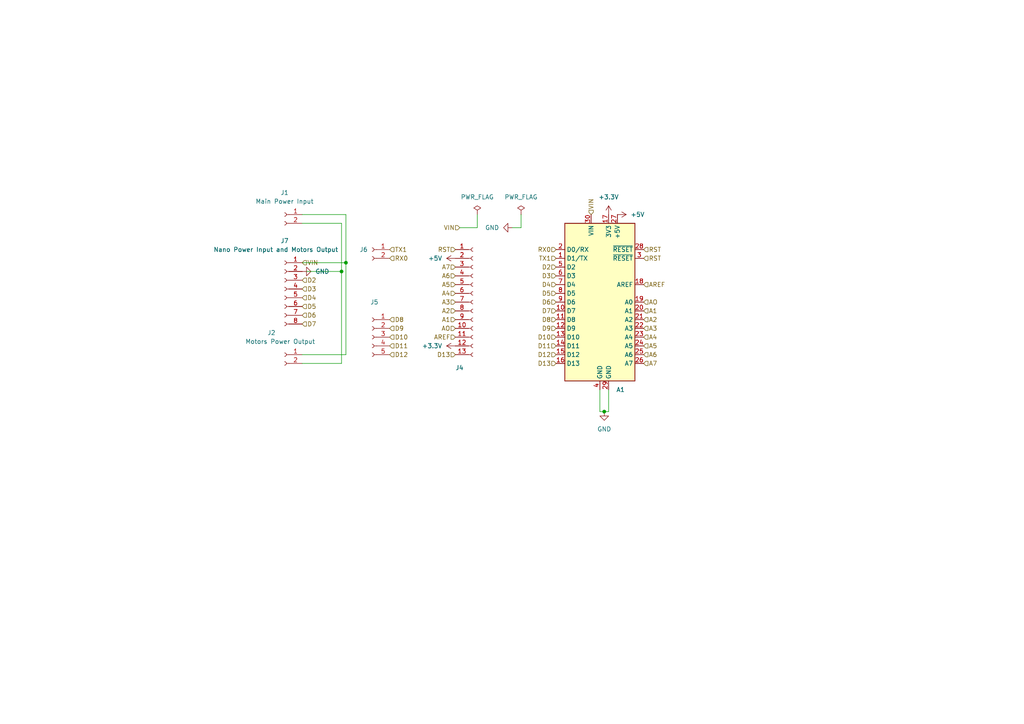
<source format=kicad_sch>
(kicad_sch (version 20230121) (generator eeschema)

  (uuid a6e73bd9-2604-433f-85b1-5c529b328a2c)

  (paper "A4")

  (title_block
    (title "Arduino Nano 33 IOT Sheild")
    (date "2023-10-22")
    (rev "1.0")
    (company "Prabh_Designers")
  )

  (lib_symbols
    (symbol "Connector:Conn_01x02_Socket" (pin_names (offset 1.016) hide) (in_bom yes) (on_board yes)
      (property "Reference" "J" (at 0 2.54 0)
        (effects (font (size 1.27 1.27)))
      )
      (property "Value" "Conn_01x02_Socket" (at 0 -5.08 0)
        (effects (font (size 1.27 1.27)))
      )
      (property "Footprint" "" (at 0 0 0)
        (effects (font (size 1.27 1.27)) hide)
      )
      (property "Datasheet" "~" (at 0 0 0)
        (effects (font (size 1.27 1.27)) hide)
      )
      (property "ki_locked" "" (at 0 0 0)
        (effects (font (size 1.27 1.27)))
      )
      (property "ki_keywords" "connector" (at 0 0 0)
        (effects (font (size 1.27 1.27)) hide)
      )
      (property "ki_description" "Generic connector, single row, 01x02, script generated" (at 0 0 0)
        (effects (font (size 1.27 1.27)) hide)
      )
      (property "ki_fp_filters" "Connector*:*_1x??_*" (at 0 0 0)
        (effects (font (size 1.27 1.27)) hide)
      )
      (symbol "Conn_01x02_Socket_1_1"
        (arc (start 0 -2.032) (mid -0.5058 -2.54) (end 0 -3.048)
          (stroke (width 0.1524) (type default))
          (fill (type none))
        )
        (polyline
          (pts
            (xy -1.27 -2.54)
            (xy -0.508 -2.54)
          )
          (stroke (width 0.1524) (type default))
          (fill (type none))
        )
        (polyline
          (pts
            (xy -1.27 0)
            (xy -0.508 0)
          )
          (stroke (width 0.1524) (type default))
          (fill (type none))
        )
        (arc (start 0 0.508) (mid -0.5058 0) (end 0 -0.508)
          (stroke (width 0.1524) (type default))
          (fill (type none))
        )
        (pin passive line (at -5.08 0 0) (length 3.81)
          (name "Pin_1" (effects (font (size 1.27 1.27))))
          (number "1" (effects (font (size 1.27 1.27))))
        )
        (pin passive line (at -5.08 -2.54 0) (length 3.81)
          (name "Pin_2" (effects (font (size 1.27 1.27))))
          (number "2" (effects (font (size 1.27 1.27))))
        )
      )
    )
    (symbol "Connector:Conn_01x05_Socket" (pin_names (offset 1.016) hide) (in_bom yes) (on_board yes)
      (property "Reference" "J" (at 0 7.62 0)
        (effects (font (size 1.27 1.27)))
      )
      (property "Value" "Conn_01x05_Socket" (at 0 -7.62 0)
        (effects (font (size 1.27 1.27)))
      )
      (property "Footprint" "" (at 0 0 0)
        (effects (font (size 1.27 1.27)) hide)
      )
      (property "Datasheet" "~" (at 0 0 0)
        (effects (font (size 1.27 1.27)) hide)
      )
      (property "ki_locked" "" (at 0 0 0)
        (effects (font (size 1.27 1.27)))
      )
      (property "ki_keywords" "connector" (at 0 0 0)
        (effects (font (size 1.27 1.27)) hide)
      )
      (property "ki_description" "Generic connector, single row, 01x05, script generated" (at 0 0 0)
        (effects (font (size 1.27 1.27)) hide)
      )
      (property "ki_fp_filters" "Connector*:*_1x??_*" (at 0 0 0)
        (effects (font (size 1.27 1.27)) hide)
      )
      (symbol "Conn_01x05_Socket_1_1"
        (arc (start 0 -4.572) (mid -0.5058 -5.08) (end 0 -5.588)
          (stroke (width 0.1524) (type default))
          (fill (type none))
        )
        (arc (start 0 -2.032) (mid -0.5058 -2.54) (end 0 -3.048)
          (stroke (width 0.1524) (type default))
          (fill (type none))
        )
        (polyline
          (pts
            (xy -1.27 -5.08)
            (xy -0.508 -5.08)
          )
          (stroke (width 0.1524) (type default))
          (fill (type none))
        )
        (polyline
          (pts
            (xy -1.27 -2.54)
            (xy -0.508 -2.54)
          )
          (stroke (width 0.1524) (type default))
          (fill (type none))
        )
        (polyline
          (pts
            (xy -1.27 0)
            (xy -0.508 0)
          )
          (stroke (width 0.1524) (type default))
          (fill (type none))
        )
        (polyline
          (pts
            (xy -1.27 2.54)
            (xy -0.508 2.54)
          )
          (stroke (width 0.1524) (type default))
          (fill (type none))
        )
        (polyline
          (pts
            (xy -1.27 5.08)
            (xy -0.508 5.08)
          )
          (stroke (width 0.1524) (type default))
          (fill (type none))
        )
        (arc (start 0 0.508) (mid -0.5058 0) (end 0 -0.508)
          (stroke (width 0.1524) (type default))
          (fill (type none))
        )
        (arc (start 0 3.048) (mid -0.5058 2.54) (end 0 2.032)
          (stroke (width 0.1524) (type default))
          (fill (type none))
        )
        (arc (start 0 5.588) (mid -0.5058 5.08) (end 0 4.572)
          (stroke (width 0.1524) (type default))
          (fill (type none))
        )
        (pin passive line (at -5.08 5.08 0) (length 3.81)
          (name "Pin_1" (effects (font (size 1.27 1.27))))
          (number "1" (effects (font (size 1.27 1.27))))
        )
        (pin passive line (at -5.08 2.54 0) (length 3.81)
          (name "Pin_2" (effects (font (size 1.27 1.27))))
          (number "2" (effects (font (size 1.27 1.27))))
        )
        (pin passive line (at -5.08 0 0) (length 3.81)
          (name "Pin_3" (effects (font (size 1.27 1.27))))
          (number "3" (effects (font (size 1.27 1.27))))
        )
        (pin passive line (at -5.08 -2.54 0) (length 3.81)
          (name "Pin_4" (effects (font (size 1.27 1.27))))
          (number "4" (effects (font (size 1.27 1.27))))
        )
        (pin passive line (at -5.08 -5.08 0) (length 3.81)
          (name "Pin_5" (effects (font (size 1.27 1.27))))
          (number "5" (effects (font (size 1.27 1.27))))
        )
      )
    )
    (symbol "Connector:Conn_01x08_Socket" (pin_names (offset 1.016) hide) (in_bom yes) (on_board yes)
      (property "Reference" "J" (at 0 10.16 0)
        (effects (font (size 1.27 1.27)))
      )
      (property "Value" "Conn_01x08_Socket" (at 0 -12.7 0)
        (effects (font (size 1.27 1.27)))
      )
      (property "Footprint" "" (at 0 0 0)
        (effects (font (size 1.27 1.27)) hide)
      )
      (property "Datasheet" "~" (at 0 0 0)
        (effects (font (size 1.27 1.27)) hide)
      )
      (property "ki_locked" "" (at 0 0 0)
        (effects (font (size 1.27 1.27)))
      )
      (property "ki_keywords" "connector" (at 0 0 0)
        (effects (font (size 1.27 1.27)) hide)
      )
      (property "ki_description" "Generic connector, single row, 01x08, script generated" (at 0 0 0)
        (effects (font (size 1.27 1.27)) hide)
      )
      (property "ki_fp_filters" "Connector*:*_1x??_*" (at 0 0 0)
        (effects (font (size 1.27 1.27)) hide)
      )
      (symbol "Conn_01x08_Socket_1_1"
        (arc (start 0 -9.652) (mid -0.5058 -10.16) (end 0 -10.668)
          (stroke (width 0.1524) (type default))
          (fill (type none))
        )
        (arc (start 0 -7.112) (mid -0.5058 -7.62) (end 0 -8.128)
          (stroke (width 0.1524) (type default))
          (fill (type none))
        )
        (arc (start 0 -4.572) (mid -0.5058 -5.08) (end 0 -5.588)
          (stroke (width 0.1524) (type default))
          (fill (type none))
        )
        (arc (start 0 -2.032) (mid -0.5058 -2.54) (end 0 -3.048)
          (stroke (width 0.1524) (type default))
          (fill (type none))
        )
        (polyline
          (pts
            (xy -1.27 -10.16)
            (xy -0.508 -10.16)
          )
          (stroke (width 0.1524) (type default))
          (fill (type none))
        )
        (polyline
          (pts
            (xy -1.27 -7.62)
            (xy -0.508 -7.62)
          )
          (stroke (width 0.1524) (type default))
          (fill (type none))
        )
        (polyline
          (pts
            (xy -1.27 -5.08)
            (xy -0.508 -5.08)
          )
          (stroke (width 0.1524) (type default))
          (fill (type none))
        )
        (polyline
          (pts
            (xy -1.27 -2.54)
            (xy -0.508 -2.54)
          )
          (stroke (width 0.1524) (type default))
          (fill (type none))
        )
        (polyline
          (pts
            (xy -1.27 0)
            (xy -0.508 0)
          )
          (stroke (width 0.1524) (type default))
          (fill (type none))
        )
        (polyline
          (pts
            (xy -1.27 2.54)
            (xy -0.508 2.54)
          )
          (stroke (width 0.1524) (type default))
          (fill (type none))
        )
        (polyline
          (pts
            (xy -1.27 5.08)
            (xy -0.508 5.08)
          )
          (stroke (width 0.1524) (type default))
          (fill (type none))
        )
        (polyline
          (pts
            (xy -1.27 7.62)
            (xy -0.508 7.62)
          )
          (stroke (width 0.1524) (type default))
          (fill (type none))
        )
        (arc (start 0 0.508) (mid -0.5058 0) (end 0 -0.508)
          (stroke (width 0.1524) (type default))
          (fill (type none))
        )
        (arc (start 0 3.048) (mid -0.5058 2.54) (end 0 2.032)
          (stroke (width 0.1524) (type default))
          (fill (type none))
        )
        (arc (start 0 5.588) (mid -0.5058 5.08) (end 0 4.572)
          (stroke (width 0.1524) (type default))
          (fill (type none))
        )
        (arc (start 0 8.128) (mid -0.5058 7.62) (end 0 7.112)
          (stroke (width 0.1524) (type default))
          (fill (type none))
        )
        (pin passive line (at -5.08 7.62 0) (length 3.81)
          (name "Pin_1" (effects (font (size 1.27 1.27))))
          (number "1" (effects (font (size 1.27 1.27))))
        )
        (pin passive line (at -5.08 5.08 0) (length 3.81)
          (name "Pin_2" (effects (font (size 1.27 1.27))))
          (number "2" (effects (font (size 1.27 1.27))))
        )
        (pin passive line (at -5.08 2.54 0) (length 3.81)
          (name "Pin_3" (effects (font (size 1.27 1.27))))
          (number "3" (effects (font (size 1.27 1.27))))
        )
        (pin passive line (at -5.08 0 0) (length 3.81)
          (name "Pin_4" (effects (font (size 1.27 1.27))))
          (number "4" (effects (font (size 1.27 1.27))))
        )
        (pin passive line (at -5.08 -2.54 0) (length 3.81)
          (name "Pin_5" (effects (font (size 1.27 1.27))))
          (number "5" (effects (font (size 1.27 1.27))))
        )
        (pin passive line (at -5.08 -5.08 0) (length 3.81)
          (name "Pin_6" (effects (font (size 1.27 1.27))))
          (number "6" (effects (font (size 1.27 1.27))))
        )
        (pin passive line (at -5.08 -7.62 0) (length 3.81)
          (name "Pin_7" (effects (font (size 1.27 1.27))))
          (number "7" (effects (font (size 1.27 1.27))))
        )
        (pin passive line (at -5.08 -10.16 0) (length 3.81)
          (name "Pin_8" (effects (font (size 1.27 1.27))))
          (number "8" (effects (font (size 1.27 1.27))))
        )
      )
    )
    (symbol "Connector:Conn_01x13_Socket" (pin_names (offset 1.016) hide) (in_bom yes) (on_board yes)
      (property "Reference" "J" (at 0 17.78 0)
        (effects (font (size 1.27 1.27)))
      )
      (property "Value" "Conn_01x13_Socket" (at 0 -17.78 0)
        (effects (font (size 1.27 1.27)))
      )
      (property "Footprint" "" (at 0 0 0)
        (effects (font (size 1.27 1.27)) hide)
      )
      (property "Datasheet" "~" (at 0 0 0)
        (effects (font (size 1.27 1.27)) hide)
      )
      (property "ki_locked" "" (at 0 0 0)
        (effects (font (size 1.27 1.27)))
      )
      (property "ki_keywords" "connector" (at 0 0 0)
        (effects (font (size 1.27 1.27)) hide)
      )
      (property "ki_description" "Generic connector, single row, 01x13, script generated" (at 0 0 0)
        (effects (font (size 1.27 1.27)) hide)
      )
      (property "ki_fp_filters" "Connector*:*_1x??_*" (at 0 0 0)
        (effects (font (size 1.27 1.27)) hide)
      )
      (symbol "Conn_01x13_Socket_1_1"
        (arc (start 0 -14.732) (mid -0.5058 -15.24) (end 0 -15.748)
          (stroke (width 0.1524) (type default))
          (fill (type none))
        )
        (arc (start 0 -12.192) (mid -0.5058 -12.7) (end 0 -13.208)
          (stroke (width 0.1524) (type default))
          (fill (type none))
        )
        (arc (start 0 -9.652) (mid -0.5058 -10.16) (end 0 -10.668)
          (stroke (width 0.1524) (type default))
          (fill (type none))
        )
        (arc (start 0 -7.112) (mid -0.5058 -7.62) (end 0 -8.128)
          (stroke (width 0.1524) (type default))
          (fill (type none))
        )
        (arc (start 0 -4.572) (mid -0.5058 -5.08) (end 0 -5.588)
          (stroke (width 0.1524) (type default))
          (fill (type none))
        )
        (arc (start 0 -2.032) (mid -0.5058 -2.54) (end 0 -3.048)
          (stroke (width 0.1524) (type default))
          (fill (type none))
        )
        (polyline
          (pts
            (xy -1.27 -15.24)
            (xy -0.508 -15.24)
          )
          (stroke (width 0.1524) (type default))
          (fill (type none))
        )
        (polyline
          (pts
            (xy -1.27 -12.7)
            (xy -0.508 -12.7)
          )
          (stroke (width 0.1524) (type default))
          (fill (type none))
        )
        (polyline
          (pts
            (xy -1.27 -10.16)
            (xy -0.508 -10.16)
          )
          (stroke (width 0.1524) (type default))
          (fill (type none))
        )
        (polyline
          (pts
            (xy -1.27 -7.62)
            (xy -0.508 -7.62)
          )
          (stroke (width 0.1524) (type default))
          (fill (type none))
        )
        (polyline
          (pts
            (xy -1.27 -5.08)
            (xy -0.508 -5.08)
          )
          (stroke (width 0.1524) (type default))
          (fill (type none))
        )
        (polyline
          (pts
            (xy -1.27 -2.54)
            (xy -0.508 -2.54)
          )
          (stroke (width 0.1524) (type default))
          (fill (type none))
        )
        (polyline
          (pts
            (xy -1.27 0)
            (xy -0.508 0)
          )
          (stroke (width 0.1524) (type default))
          (fill (type none))
        )
        (polyline
          (pts
            (xy -1.27 2.54)
            (xy -0.508 2.54)
          )
          (stroke (width 0.1524) (type default))
          (fill (type none))
        )
        (polyline
          (pts
            (xy -1.27 5.08)
            (xy -0.508 5.08)
          )
          (stroke (width 0.1524) (type default))
          (fill (type none))
        )
        (polyline
          (pts
            (xy -1.27 7.62)
            (xy -0.508 7.62)
          )
          (stroke (width 0.1524) (type default))
          (fill (type none))
        )
        (polyline
          (pts
            (xy -1.27 10.16)
            (xy -0.508 10.16)
          )
          (stroke (width 0.1524) (type default))
          (fill (type none))
        )
        (polyline
          (pts
            (xy -1.27 12.7)
            (xy -0.508 12.7)
          )
          (stroke (width 0.1524) (type default))
          (fill (type none))
        )
        (polyline
          (pts
            (xy -1.27 15.24)
            (xy -0.508 15.24)
          )
          (stroke (width 0.1524) (type default))
          (fill (type none))
        )
        (arc (start 0 0.508) (mid -0.5058 0) (end 0 -0.508)
          (stroke (width 0.1524) (type default))
          (fill (type none))
        )
        (arc (start 0 3.048) (mid -0.5058 2.54) (end 0 2.032)
          (stroke (width 0.1524) (type default))
          (fill (type none))
        )
        (arc (start 0 5.588) (mid -0.5058 5.08) (end 0 4.572)
          (stroke (width 0.1524) (type default))
          (fill (type none))
        )
        (arc (start 0 8.128) (mid -0.5058 7.62) (end 0 7.112)
          (stroke (width 0.1524) (type default))
          (fill (type none))
        )
        (arc (start 0 10.668) (mid -0.5058 10.16) (end 0 9.652)
          (stroke (width 0.1524) (type default))
          (fill (type none))
        )
        (arc (start 0 13.208) (mid -0.5058 12.7) (end 0 12.192)
          (stroke (width 0.1524) (type default))
          (fill (type none))
        )
        (arc (start 0 15.748) (mid -0.5058 15.24) (end 0 14.732)
          (stroke (width 0.1524) (type default))
          (fill (type none))
        )
        (pin passive line (at -5.08 15.24 0) (length 3.81)
          (name "Pin_1" (effects (font (size 1.27 1.27))))
          (number "1" (effects (font (size 1.27 1.27))))
        )
        (pin passive line (at -5.08 -7.62 0) (length 3.81)
          (name "Pin_10" (effects (font (size 1.27 1.27))))
          (number "10" (effects (font (size 1.27 1.27))))
        )
        (pin passive line (at -5.08 -10.16 0) (length 3.81)
          (name "Pin_11" (effects (font (size 1.27 1.27))))
          (number "11" (effects (font (size 1.27 1.27))))
        )
        (pin passive line (at -5.08 -12.7 0) (length 3.81)
          (name "Pin_12" (effects (font (size 1.27 1.27))))
          (number "12" (effects (font (size 1.27 1.27))))
        )
        (pin passive line (at -5.08 -15.24 0) (length 3.81)
          (name "Pin_13" (effects (font (size 1.27 1.27))))
          (number "13" (effects (font (size 1.27 1.27))))
        )
        (pin passive line (at -5.08 12.7 0) (length 3.81)
          (name "Pin_2" (effects (font (size 1.27 1.27))))
          (number "2" (effects (font (size 1.27 1.27))))
        )
        (pin passive line (at -5.08 10.16 0) (length 3.81)
          (name "Pin_3" (effects (font (size 1.27 1.27))))
          (number "3" (effects (font (size 1.27 1.27))))
        )
        (pin passive line (at -5.08 7.62 0) (length 3.81)
          (name "Pin_4" (effects (font (size 1.27 1.27))))
          (number "4" (effects (font (size 1.27 1.27))))
        )
        (pin passive line (at -5.08 5.08 0) (length 3.81)
          (name "Pin_5" (effects (font (size 1.27 1.27))))
          (number "5" (effects (font (size 1.27 1.27))))
        )
        (pin passive line (at -5.08 2.54 0) (length 3.81)
          (name "Pin_6" (effects (font (size 1.27 1.27))))
          (number "6" (effects (font (size 1.27 1.27))))
        )
        (pin passive line (at -5.08 0 0) (length 3.81)
          (name "Pin_7" (effects (font (size 1.27 1.27))))
          (number "7" (effects (font (size 1.27 1.27))))
        )
        (pin passive line (at -5.08 -2.54 0) (length 3.81)
          (name "Pin_8" (effects (font (size 1.27 1.27))))
          (number "8" (effects (font (size 1.27 1.27))))
        )
        (pin passive line (at -5.08 -5.08 0) (length 3.81)
          (name "Pin_9" (effects (font (size 1.27 1.27))))
          (number "9" (effects (font (size 1.27 1.27))))
        )
      )
    )
    (symbol "MCU_Module:Arduino_Nano_v3.x" (in_bom yes) (on_board yes)
      (property "Reference" "A" (at -10.16 23.495 0)
        (effects (font (size 1.27 1.27)) (justify left bottom))
      )
      (property "Value" "Arduino_Nano_v3.x" (at 5.08 -24.13 0)
        (effects (font (size 1.27 1.27)) (justify left top))
      )
      (property "Footprint" "Module:Arduino_Nano" (at 0 0 0)
        (effects (font (size 1.27 1.27) italic) hide)
      )
      (property "Datasheet" "http://www.mouser.com/pdfdocs/Gravitech_Arduino_Nano3_0.pdf" (at 0 0 0)
        (effects (font (size 1.27 1.27)) hide)
      )
      (property "ki_keywords" "Arduino nano microcontroller module USB" (at 0 0 0)
        (effects (font (size 1.27 1.27)) hide)
      )
      (property "ki_description" "Arduino Nano v3.x" (at 0 0 0)
        (effects (font (size 1.27 1.27)) hide)
      )
      (property "ki_fp_filters" "Arduino*Nano*" (at 0 0 0)
        (effects (font (size 1.27 1.27)) hide)
      )
      (symbol "Arduino_Nano_v3.x_0_1"
        (rectangle (start -10.16 22.86) (end 10.16 -22.86)
          (stroke (width 0.254) (type default))
          (fill (type background))
        )
      )
      (symbol "Arduino_Nano_v3.x_1_1"
        (pin bidirectional line (at -12.7 12.7 0) (length 2.54)
          (name "D1/TX" (effects (font (size 1.27 1.27))))
          (number "1" (effects (font (size 1.27 1.27))))
        )
        (pin bidirectional line (at -12.7 -2.54 0) (length 2.54)
          (name "D7" (effects (font (size 1.27 1.27))))
          (number "10" (effects (font (size 1.27 1.27))))
        )
        (pin bidirectional line (at -12.7 -5.08 0) (length 2.54)
          (name "D8" (effects (font (size 1.27 1.27))))
          (number "11" (effects (font (size 1.27 1.27))))
        )
        (pin bidirectional line (at -12.7 -7.62 0) (length 2.54)
          (name "D9" (effects (font (size 1.27 1.27))))
          (number "12" (effects (font (size 1.27 1.27))))
        )
        (pin bidirectional line (at -12.7 -10.16 0) (length 2.54)
          (name "D10" (effects (font (size 1.27 1.27))))
          (number "13" (effects (font (size 1.27 1.27))))
        )
        (pin bidirectional line (at -12.7 -12.7 0) (length 2.54)
          (name "D11" (effects (font (size 1.27 1.27))))
          (number "14" (effects (font (size 1.27 1.27))))
        )
        (pin bidirectional line (at -12.7 -15.24 0) (length 2.54)
          (name "D12" (effects (font (size 1.27 1.27))))
          (number "15" (effects (font (size 1.27 1.27))))
        )
        (pin bidirectional line (at -12.7 -17.78 0) (length 2.54)
          (name "D13" (effects (font (size 1.27 1.27))))
          (number "16" (effects (font (size 1.27 1.27))))
        )
        (pin power_out line (at 2.54 25.4 270) (length 2.54)
          (name "3V3" (effects (font (size 1.27 1.27))))
          (number "17" (effects (font (size 1.27 1.27))))
        )
        (pin input line (at 12.7 5.08 180) (length 2.54)
          (name "AREF" (effects (font (size 1.27 1.27))))
          (number "18" (effects (font (size 1.27 1.27))))
        )
        (pin bidirectional line (at 12.7 0 180) (length 2.54)
          (name "A0" (effects (font (size 1.27 1.27))))
          (number "19" (effects (font (size 1.27 1.27))))
        )
        (pin bidirectional line (at -12.7 15.24 0) (length 2.54)
          (name "D0/RX" (effects (font (size 1.27 1.27))))
          (number "2" (effects (font (size 1.27 1.27))))
        )
        (pin bidirectional line (at 12.7 -2.54 180) (length 2.54)
          (name "A1" (effects (font (size 1.27 1.27))))
          (number "20" (effects (font (size 1.27 1.27))))
        )
        (pin bidirectional line (at 12.7 -5.08 180) (length 2.54)
          (name "A2" (effects (font (size 1.27 1.27))))
          (number "21" (effects (font (size 1.27 1.27))))
        )
        (pin bidirectional line (at 12.7 -7.62 180) (length 2.54)
          (name "A3" (effects (font (size 1.27 1.27))))
          (number "22" (effects (font (size 1.27 1.27))))
        )
        (pin bidirectional line (at 12.7 -10.16 180) (length 2.54)
          (name "A4" (effects (font (size 1.27 1.27))))
          (number "23" (effects (font (size 1.27 1.27))))
        )
        (pin bidirectional line (at 12.7 -12.7 180) (length 2.54)
          (name "A5" (effects (font (size 1.27 1.27))))
          (number "24" (effects (font (size 1.27 1.27))))
        )
        (pin bidirectional line (at 12.7 -15.24 180) (length 2.54)
          (name "A6" (effects (font (size 1.27 1.27))))
          (number "25" (effects (font (size 1.27 1.27))))
        )
        (pin bidirectional line (at 12.7 -17.78 180) (length 2.54)
          (name "A7" (effects (font (size 1.27 1.27))))
          (number "26" (effects (font (size 1.27 1.27))))
        )
        (pin power_out line (at 5.08 25.4 270) (length 2.54)
          (name "+5V" (effects (font (size 1.27 1.27))))
          (number "27" (effects (font (size 1.27 1.27))))
        )
        (pin input line (at 12.7 15.24 180) (length 2.54)
          (name "~{RESET}" (effects (font (size 1.27 1.27))))
          (number "28" (effects (font (size 1.27 1.27))))
        )
        (pin power_in line (at 2.54 -25.4 90) (length 2.54)
          (name "GND" (effects (font (size 1.27 1.27))))
          (number "29" (effects (font (size 1.27 1.27))))
        )
        (pin input line (at 12.7 12.7 180) (length 2.54)
          (name "~{RESET}" (effects (font (size 1.27 1.27))))
          (number "3" (effects (font (size 1.27 1.27))))
        )
        (pin power_in line (at -2.54 25.4 270) (length 2.54)
          (name "VIN" (effects (font (size 1.27 1.27))))
          (number "30" (effects (font (size 1.27 1.27))))
        )
        (pin power_in line (at 0 -25.4 90) (length 2.54)
          (name "GND" (effects (font (size 1.27 1.27))))
          (number "4" (effects (font (size 1.27 1.27))))
        )
        (pin bidirectional line (at -12.7 10.16 0) (length 2.54)
          (name "D2" (effects (font (size 1.27 1.27))))
          (number "5" (effects (font (size 1.27 1.27))))
        )
        (pin bidirectional line (at -12.7 7.62 0) (length 2.54)
          (name "D3" (effects (font (size 1.27 1.27))))
          (number "6" (effects (font (size 1.27 1.27))))
        )
        (pin bidirectional line (at -12.7 5.08 0) (length 2.54)
          (name "D4" (effects (font (size 1.27 1.27))))
          (number "7" (effects (font (size 1.27 1.27))))
        )
        (pin bidirectional line (at -12.7 2.54 0) (length 2.54)
          (name "D5" (effects (font (size 1.27 1.27))))
          (number "8" (effects (font (size 1.27 1.27))))
        )
        (pin bidirectional line (at -12.7 0 0) (length 2.54)
          (name "D6" (effects (font (size 1.27 1.27))))
          (number "9" (effects (font (size 1.27 1.27))))
        )
      )
    )
    (symbol "power:+3.3V" (power) (pin_names (offset 0)) (in_bom yes) (on_board yes)
      (property "Reference" "#PWR" (at 0 -3.81 0)
        (effects (font (size 1.27 1.27)) hide)
      )
      (property "Value" "+3.3V" (at 0 3.556 0)
        (effects (font (size 1.27 1.27)))
      )
      (property "Footprint" "" (at 0 0 0)
        (effects (font (size 1.27 1.27)) hide)
      )
      (property "Datasheet" "" (at 0 0 0)
        (effects (font (size 1.27 1.27)) hide)
      )
      (property "ki_keywords" "global power" (at 0 0 0)
        (effects (font (size 1.27 1.27)) hide)
      )
      (property "ki_description" "Power symbol creates a global label with name \"+3.3V\"" (at 0 0 0)
        (effects (font (size 1.27 1.27)) hide)
      )
      (symbol "+3.3V_0_1"
        (polyline
          (pts
            (xy -0.762 1.27)
            (xy 0 2.54)
          )
          (stroke (width 0) (type default))
          (fill (type none))
        )
        (polyline
          (pts
            (xy 0 0)
            (xy 0 2.54)
          )
          (stroke (width 0) (type default))
          (fill (type none))
        )
        (polyline
          (pts
            (xy 0 2.54)
            (xy 0.762 1.27)
          )
          (stroke (width 0) (type default))
          (fill (type none))
        )
      )
      (symbol "+3.3V_1_1"
        (pin power_in line (at 0 0 90) (length 0) hide
          (name "+3.3V" (effects (font (size 1.27 1.27))))
          (number "1" (effects (font (size 1.27 1.27))))
        )
      )
    )
    (symbol "power:+5V" (power) (pin_names (offset 0)) (in_bom yes) (on_board yes)
      (property "Reference" "#PWR" (at 0 -3.81 0)
        (effects (font (size 1.27 1.27)) hide)
      )
      (property "Value" "+5V" (at 0 3.556 0)
        (effects (font (size 1.27 1.27)))
      )
      (property "Footprint" "" (at 0 0 0)
        (effects (font (size 1.27 1.27)) hide)
      )
      (property "Datasheet" "" (at 0 0 0)
        (effects (font (size 1.27 1.27)) hide)
      )
      (property "ki_keywords" "global power" (at 0 0 0)
        (effects (font (size 1.27 1.27)) hide)
      )
      (property "ki_description" "Power symbol creates a global label with name \"+5V\"" (at 0 0 0)
        (effects (font (size 1.27 1.27)) hide)
      )
      (symbol "+5V_0_1"
        (polyline
          (pts
            (xy -0.762 1.27)
            (xy 0 2.54)
          )
          (stroke (width 0) (type default))
          (fill (type none))
        )
        (polyline
          (pts
            (xy 0 0)
            (xy 0 2.54)
          )
          (stroke (width 0) (type default))
          (fill (type none))
        )
        (polyline
          (pts
            (xy 0 2.54)
            (xy 0.762 1.27)
          )
          (stroke (width 0) (type default))
          (fill (type none))
        )
      )
      (symbol "+5V_1_1"
        (pin power_in line (at 0 0 90) (length 0) hide
          (name "+5V" (effects (font (size 1.27 1.27))))
          (number "1" (effects (font (size 1.27 1.27))))
        )
      )
    )
    (symbol "power:GND" (power) (pin_names (offset 0)) (in_bom yes) (on_board yes)
      (property "Reference" "#PWR" (at 0 -6.35 0)
        (effects (font (size 1.27 1.27)) hide)
      )
      (property "Value" "GND" (at 0 -3.81 0)
        (effects (font (size 1.27 1.27)))
      )
      (property "Footprint" "" (at 0 0 0)
        (effects (font (size 1.27 1.27)) hide)
      )
      (property "Datasheet" "" (at 0 0 0)
        (effects (font (size 1.27 1.27)) hide)
      )
      (property "ki_keywords" "global power" (at 0 0 0)
        (effects (font (size 1.27 1.27)) hide)
      )
      (property "ki_description" "Power symbol creates a global label with name \"GND\" , ground" (at 0 0 0)
        (effects (font (size 1.27 1.27)) hide)
      )
      (symbol "GND_0_1"
        (polyline
          (pts
            (xy 0 0)
            (xy 0 -1.27)
            (xy 1.27 -1.27)
            (xy 0 -2.54)
            (xy -1.27 -1.27)
            (xy 0 -1.27)
          )
          (stroke (width 0) (type default))
          (fill (type none))
        )
      )
      (symbol "GND_1_1"
        (pin power_in line (at 0 0 270) (length 0) hide
          (name "GND" (effects (font (size 1.27 1.27))))
          (number "1" (effects (font (size 1.27 1.27))))
        )
      )
    )
    (symbol "power:PWR_FLAG" (power) (pin_numbers hide) (pin_names (offset 0) hide) (in_bom yes) (on_board yes)
      (property "Reference" "#FLG" (at 0 1.905 0)
        (effects (font (size 1.27 1.27)) hide)
      )
      (property "Value" "PWR_FLAG" (at 0 3.81 0)
        (effects (font (size 1.27 1.27)))
      )
      (property "Footprint" "" (at 0 0 0)
        (effects (font (size 1.27 1.27)) hide)
      )
      (property "Datasheet" "~" (at 0 0 0)
        (effects (font (size 1.27 1.27)) hide)
      )
      (property "ki_keywords" "flag power" (at 0 0 0)
        (effects (font (size 1.27 1.27)) hide)
      )
      (property "ki_description" "Special symbol for telling ERC where power comes from" (at 0 0 0)
        (effects (font (size 1.27 1.27)) hide)
      )
      (symbol "PWR_FLAG_0_0"
        (pin power_out line (at 0 0 90) (length 0)
          (name "pwr" (effects (font (size 1.27 1.27))))
          (number "1" (effects (font (size 1.27 1.27))))
        )
      )
      (symbol "PWR_FLAG_0_1"
        (polyline
          (pts
            (xy 0 0)
            (xy 0 1.27)
            (xy -1.016 1.905)
            (xy 0 2.54)
            (xy 1.016 1.905)
            (xy 0 1.27)
          )
          (stroke (width 0) (type default))
          (fill (type none))
        )
      )
    )
  )

  (junction (at 100.33 76.2) (diameter 0) (color 0 0 0 0)
    (uuid 4c900275-58f2-477b-a4c0-fee2feef21dc)
  )
  (junction (at 175.26 119.38) (diameter 0) (color 0 0 0 0)
    (uuid 9f6b1dd7-c569-4ef1-8ce8-00ab6f0221bf)
  )
  (junction (at 99.06 78.74) (diameter 0) (color 0 0 0 0)
    (uuid e0ef6f7a-bd02-49cc-a5e4-973cbb3731ff)
  )

  (wire (pts (xy 173.99 113.03) (xy 173.99 119.38))
    (stroke (width 0) (type default))
    (uuid 01d0a351-00a9-42c0-929d-18079dd02701)
  )
  (wire (pts (xy 133.35 66.04) (xy 138.43 66.04))
    (stroke (width 0) (type default))
    (uuid 1bde92b3-6251-44ad-bfef-32a38062ffa2)
  )
  (wire (pts (xy 87.63 76.2) (xy 100.33 76.2))
    (stroke (width 0) (type default))
    (uuid 1c38a360-cc6e-4361-b2ed-8bc7b9674c9b)
  )
  (wire (pts (xy 100.33 102.87) (xy 87.63 102.87))
    (stroke (width 0) (type default))
    (uuid 28bc41ed-aaa9-461e-9734-4618bf255a7b)
  )
  (wire (pts (xy 151.13 66.04) (xy 151.13 62.23))
    (stroke (width 0) (type default))
    (uuid 45c399f4-7bcb-4c1b-9921-3779aaa034ab)
  )
  (wire (pts (xy 87.63 62.23) (xy 100.33 62.23))
    (stroke (width 0) (type default))
    (uuid 536c120f-3125-4d56-8074-2b85cd2a7792)
  )
  (wire (pts (xy 100.33 76.2) (xy 100.33 102.87))
    (stroke (width 0) (type default))
    (uuid 5fe2d92e-a78c-4527-b11d-92fca31991ae)
  )
  (wire (pts (xy 99.06 64.77) (xy 99.06 78.74))
    (stroke (width 0) (type default))
    (uuid 607ca289-88d6-4ba3-b109-a54812227295)
  )
  (wire (pts (xy 100.33 62.23) (xy 100.33 76.2))
    (stroke (width 0) (type default))
    (uuid 622e829a-f32c-4d36-a339-ec8e600dd705)
  )
  (wire (pts (xy 138.43 66.04) (xy 138.43 62.23))
    (stroke (width 0) (type default))
    (uuid 658ed205-e29d-40a3-8437-e4e1a0834738)
  )
  (wire (pts (xy 148.59 66.04) (xy 151.13 66.04))
    (stroke (width 0) (type default))
    (uuid 8cb3b343-c36a-465f-9b42-52b2d4cb4396)
  )
  (wire (pts (xy 173.99 119.38) (xy 175.26 119.38))
    (stroke (width 0) (type default))
    (uuid 97891d05-68a2-4a0f-8e38-4c8074cbe962)
  )
  (wire (pts (xy 88.9 78.74) (xy 99.06 78.74))
    (stroke (width 0) (type default))
    (uuid 98ac2ca6-47e9-4cc4-b649-b07f75d376d6)
  )
  (wire (pts (xy 99.06 78.74) (xy 99.06 105.41))
    (stroke (width 0) (type default))
    (uuid a63e5ca0-662b-433e-ae26-70623f13e478)
  )
  (wire (pts (xy 176.53 113.03) (xy 176.53 119.38))
    (stroke (width 0) (type default))
    (uuid a7660401-8c45-4db6-8c18-91c685c03f8a)
  )
  (wire (pts (xy 99.06 105.41) (xy 87.63 105.41))
    (stroke (width 0) (type default))
    (uuid ca9e2ceb-7082-4c84-a312-f1d115e1bbdc)
  )
  (wire (pts (xy 175.26 119.38) (xy 176.53 119.38))
    (stroke (width 0) (type default))
    (uuid ec622612-1cb9-4227-8661-a489de0a3cd6)
  )
  (wire (pts (xy 87.63 64.77) (xy 99.06 64.77))
    (stroke (width 0) (type default))
    (uuid ef285b0a-a2e8-4bff-bd40-569a7fdf6842)
  )

  (hierarchical_label "A3" (shape input) (at 132.08 87.63 180) (fields_autoplaced)
    (effects (font (size 1.27 1.27)) (justify right))
    (uuid 010d63d0-3d90-4547-8702-17e5d96e61c4)
  )
  (hierarchical_label "D6" (shape input) (at 161.29 87.63 180) (fields_autoplaced)
    (effects (font (size 1.27 1.27)) (justify right))
    (uuid 0635c5bf-e22d-4fc4-a23f-764fc4fd0d8d)
  )
  (hierarchical_label "A7" (shape input) (at 132.08 77.47 180) (fields_autoplaced)
    (effects (font (size 1.27 1.27)) (justify right))
    (uuid 0e4d11b1-a93a-4562-b320-6bc203797c95)
  )
  (hierarchical_label "D13" (shape input) (at 161.29 105.41 180) (fields_autoplaced)
    (effects (font (size 1.27 1.27)) (justify right))
    (uuid 0f835569-e5d0-4677-84b2-4aea72741d92)
  )
  (hierarchical_label "AREF" (shape input) (at 186.69 82.55 0) (fields_autoplaced)
    (effects (font (size 1.27 1.27)) (justify left))
    (uuid 11424736-1493-4d12-aa86-e20c3cdfbdfc)
  )
  (hierarchical_label "D7" (shape input) (at 161.29 90.17 180) (fields_autoplaced)
    (effects (font (size 1.27 1.27)) (justify right))
    (uuid 14bd7be7-1026-4f2c-903b-dee5212ca879)
  )
  (hierarchical_label "D11" (shape input) (at 113.03 100.33 0) (fields_autoplaced)
    (effects (font (size 1.27 1.27)) (justify left))
    (uuid 21076397-0fe4-4a9e-aae8-5d70f412e31c)
  )
  (hierarchical_label "D3" (shape input) (at 87.63 83.82 0) (fields_autoplaced)
    (effects (font (size 1.27 1.27)) (justify left))
    (uuid 254558a3-5100-4e5d-8e10-e3b3695114da)
  )
  (hierarchical_label "D9" (shape input) (at 113.03 95.25 0) (fields_autoplaced)
    (effects (font (size 1.27 1.27)) (justify left))
    (uuid 2d4e2924-3780-4725-aa3f-7811c6c1f40c)
  )
  (hierarchical_label "D5" (shape input) (at 161.29 85.09 180) (fields_autoplaced)
    (effects (font (size 1.27 1.27)) (justify right))
    (uuid 344f7e76-daa2-449a-8ace-e570a065f9d5)
  )
  (hierarchical_label "D4" (shape input) (at 161.29 82.55 180) (fields_autoplaced)
    (effects (font (size 1.27 1.27)) (justify right))
    (uuid 38a2f93e-952b-4a3c-9496-df8ede6d5ad9)
  )
  (hierarchical_label "D3" (shape input) (at 161.29 80.01 180) (fields_autoplaced)
    (effects (font (size 1.27 1.27)) (justify right))
    (uuid 3e6017a0-7950-4893-808e-a405003ecb78)
  )
  (hierarchical_label "D4" (shape input) (at 87.63 86.36 0) (fields_autoplaced)
    (effects (font (size 1.27 1.27)) (justify left))
    (uuid 412e9814-857e-497d-b625-6fa8a95373b7)
  )
  (hierarchical_label "D2" (shape input) (at 161.29 77.47 180) (fields_autoplaced)
    (effects (font (size 1.27 1.27)) (justify right))
    (uuid 43c49c96-3f0e-4fd1-94d5-8fa13294dd57)
  )
  (hierarchical_label "A6" (shape input) (at 132.08 80.01 180) (fields_autoplaced)
    (effects (font (size 1.27 1.27)) (justify right))
    (uuid 522f3f31-0c1d-4e03-ad27-1bb7d062378d)
  )
  (hierarchical_label "D9" (shape input) (at 161.29 95.25 180) (fields_autoplaced)
    (effects (font (size 1.27 1.27)) (justify right))
    (uuid 5676e2f5-38ac-4781-b713-4ddd50b2e70e)
  )
  (hierarchical_label "A3" (shape input) (at 186.69 95.25 0) (fields_autoplaced)
    (effects (font (size 1.27 1.27)) (justify left))
    (uuid 586ef7aa-3c9b-495c-8a7a-27457a4ad33b)
  )
  (hierarchical_label "AREF" (shape input) (at 132.08 97.79 180) (fields_autoplaced)
    (effects (font (size 1.27 1.27)) (justify right))
    (uuid 5d18fd2d-bb39-48b7-8ff8-9c0d49c5f2fc)
  )
  (hierarchical_label "A1" (shape input) (at 132.08 92.71 180) (fields_autoplaced)
    (effects (font (size 1.27 1.27)) (justify right))
    (uuid 5f50a251-7e0e-4726-8523-31a650e57687)
  )
  (hierarchical_label "D2" (shape input) (at 87.63 81.28 0) (fields_autoplaced)
    (effects (font (size 1.27 1.27)) (justify left))
    (uuid 617bbee4-c1ac-42a1-bd56-39952b2cb832)
  )
  (hierarchical_label "RST" (shape input) (at 186.69 74.93 0) (fields_autoplaced)
    (effects (font (size 1.27 1.27)) (justify left))
    (uuid 61d2555d-507d-42d2-a2ae-07c53998c64a)
  )
  (hierarchical_label "D6" (shape input) (at 87.63 91.44 0) (fields_autoplaced)
    (effects (font (size 1.27 1.27)) (justify left))
    (uuid 697c2c99-6921-4ec7-8d76-f7dc4dae1edf)
  )
  (hierarchical_label "D7" (shape input) (at 87.63 93.98 0) (fields_autoplaced)
    (effects (font (size 1.27 1.27)) (justify left))
    (uuid 6a02b911-8eb5-4784-aba5-580e238c0efc)
  )
  (hierarchical_label "A6" (shape input) (at 186.69 102.87 0) (fields_autoplaced)
    (effects (font (size 1.27 1.27)) (justify left))
    (uuid 6bd3f919-bce4-40f2-848d-c334d949264e)
  )
  (hierarchical_label "D12" (shape input) (at 161.29 102.87 180) (fields_autoplaced)
    (effects (font (size 1.27 1.27)) (justify right))
    (uuid 6d44b521-0baf-4448-8228-9d2261f4caa5)
  )
  (hierarchical_label "D10" (shape input) (at 161.29 97.79 180) (fields_autoplaced)
    (effects (font (size 1.27 1.27)) (justify right))
    (uuid 7251fcb7-adb6-475f-8fd0-4c2f29be3a0e)
  )
  (hierarchical_label "AO" (shape input) (at 186.69 87.63 0) (fields_autoplaced)
    (effects (font (size 1.27 1.27)) (justify left))
    (uuid 7e168626-483d-450b-9baa-2b231aeca5e3)
  )
  (hierarchical_label "TX1" (shape input) (at 113.03 72.39 0) (fields_autoplaced)
    (effects (font (size 1.27 1.27)) (justify left))
    (uuid 7eb0b4ce-d1b3-4d3c-a816-998ac4098511)
  )
  (hierarchical_label "AO" (shape input) (at 132.08 95.25 180) (fields_autoplaced)
    (effects (font (size 1.27 1.27)) (justify right))
    (uuid 820a4415-4e87-49be-86dc-c7dcf252317b)
  )
  (hierarchical_label "RX0" (shape input) (at 113.03 74.93 0) (fields_autoplaced)
    (effects (font (size 1.27 1.27)) (justify left))
    (uuid 8807f6ec-4260-4838-8d77-994ac1cd5228)
  )
  (hierarchical_label "VIN" (shape input) (at 87.63 76.2 0) (fields_autoplaced)
    (effects (font (size 1.27 1.27)) (justify left))
    (uuid 91db37ab-b1a0-49bd-b89d-1a00c6e19fd0)
  )
  (hierarchical_label "A5" (shape input) (at 186.69 100.33 0) (fields_autoplaced)
    (effects (font (size 1.27 1.27)) (justify left))
    (uuid 957d0346-4843-49d1-a10d-3f839758a75f)
  )
  (hierarchical_label "A4" (shape input) (at 186.69 97.79 0) (fields_autoplaced)
    (effects (font (size 1.27 1.27)) (justify left))
    (uuid 9b43a088-f624-4990-8cd1-09d42af3d86f)
  )
  (hierarchical_label "VIN" (shape input) (at 133.35 66.04 180) (fields_autoplaced)
    (effects (font (size 1.27 1.27)) (justify right))
    (uuid 9cea8fb5-03c2-4944-a45d-1f267f4194ac)
  )
  (hierarchical_label "A7" (shape input) (at 186.69 105.41 0) (fields_autoplaced)
    (effects (font (size 1.27 1.27)) (justify left))
    (uuid a1266dff-9b23-40dc-9021-4226560ab607)
  )
  (hierarchical_label "A1" (shape input) (at 186.69 90.17 0) (fields_autoplaced)
    (effects (font (size 1.27 1.27)) (justify left))
    (uuid a550c088-7e2d-42ce-9faa-50ee974dd92c)
  )
  (hierarchical_label "A5" (shape input) (at 132.08 82.55 180) (fields_autoplaced)
    (effects (font (size 1.27 1.27)) (justify right))
    (uuid a5a7bdd1-460f-494d-b1a4-4df0df5fff1b)
  )
  (hierarchical_label "A2" (shape input) (at 186.69 92.71 0) (fields_autoplaced)
    (effects (font (size 1.27 1.27)) (justify left))
    (uuid a864f19a-89bb-479b-bff5-69392c3ca908)
  )
  (hierarchical_label "D11" (shape input) (at 161.29 100.33 180) (fields_autoplaced)
    (effects (font (size 1.27 1.27)) (justify right))
    (uuid b16030e6-927a-4009-82f7-a23a9f6dfd08)
  )
  (hierarchical_label "RX0" (shape input) (at 161.29 72.39 180) (fields_autoplaced)
    (effects (font (size 1.27 1.27)) (justify right))
    (uuid b2c3bab8-62f1-4331-a1bc-0c9ee92737ee)
  )
  (hierarchical_label "A4" (shape input) (at 132.08 85.09 180) (fields_autoplaced)
    (effects (font (size 1.27 1.27)) (justify right))
    (uuid b66f012b-3633-4841-b11f-0e6b3433febf)
  )
  (hierarchical_label "D13" (shape input) (at 132.08 102.87 180) (fields_autoplaced)
    (effects (font (size 1.27 1.27)) (justify right))
    (uuid b74778fa-619d-49e3-a6f7-c6c33b6d6f5e)
  )
  (hierarchical_label "D5" (shape input) (at 87.63 88.9 0) (fields_autoplaced)
    (effects (font (size 1.27 1.27)) (justify left))
    (uuid bd55ec14-61f5-4bd9-a758-a85c87b025d1)
  )
  (hierarchical_label "RST" (shape input) (at 132.08 72.39 180) (fields_autoplaced)
    (effects (font (size 1.27 1.27)) (justify right))
    (uuid c1b60402-b1e9-4cd5-bb6f-affb16704ecc)
  )
  (hierarchical_label "A2" (shape input) (at 132.08 90.17 180) (fields_autoplaced)
    (effects (font (size 1.27 1.27)) (justify right))
    (uuid c69619c1-dc40-401a-a4e9-edc5b2ac347c)
  )
  (hierarchical_label "D10" (shape input) (at 113.03 97.79 0) (fields_autoplaced)
    (effects (font (size 1.27 1.27)) (justify left))
    (uuid c6deea62-7156-4863-b2cc-7581e9f41467)
  )
  (hierarchical_label "RST" (shape input) (at 186.69 72.39 0) (fields_autoplaced)
    (effects (font (size 1.27 1.27)) (justify left))
    (uuid cbe8d23e-3bc0-4582-8cda-bc4a813c3c9b)
  )
  (hierarchical_label "TX1" (shape input) (at 161.29 74.93 180) (fields_autoplaced)
    (effects (font (size 1.27 1.27)) (justify right))
    (uuid cbfa1e5f-4a66-4c78-9db7-69d599276d66)
  )
  (hierarchical_label "D8" (shape input) (at 113.03 92.71 0) (fields_autoplaced)
    (effects (font (size 1.27 1.27)) (justify left))
    (uuid d5584581-cab4-420a-881e-a8dde04412df)
  )
  (hierarchical_label "D8" (shape input) (at 161.29 92.71 180) (fields_autoplaced)
    (effects (font (size 1.27 1.27)) (justify right))
    (uuid d79be43f-9db0-4b14-bfc9-8978f6839cfe)
  )
  (hierarchical_label "VIN" (shape input) (at 171.45 62.23 90) (fields_autoplaced)
    (effects (font (size 1.27 1.27)) (justify left))
    (uuid dffea136-1e46-465a-a678-6d188b05a203)
  )
  (hierarchical_label "D12" (shape input) (at 113.03 102.87 0) (fields_autoplaced)
    (effects (font (size 1.27 1.27)) (justify left))
    (uuid f0c45597-96d2-4114-809d-a97d5fd017bc)
  )

  (symbol (lib_id "Connector:Conn_01x05_Socket") (at 107.95 97.79 0) (mirror y) (unit 1)
    (in_bom yes) (on_board yes) (dnp no) (fields_autoplaced)
    (uuid 0e107fba-904d-4770-9443-89ab77933bb3)
    (property "Reference" "J5" (at 108.585 87.63 0)
      (effects (font (size 1.27 1.27)))
    )
    (property "Value" "Conn_01x05_Socket" (at 108.585 90.17 0)
      (effects (font (size 1.27 1.27)) hide)
    )
    (property "Footprint" "Connector_PinSocket_2.54mm:PinSocket_1x05_P2.54mm_Vertical" (at 107.95 97.79 0)
      (effects (font (size 1.27 1.27)) hide)
    )
    (property "Datasheet" "~" (at 107.95 97.79 0)
      (effects (font (size 1.27 1.27)) hide)
    )
    (pin "1" (uuid cdb83906-5d9f-441c-8a7a-87ea5e4bf540))
    (pin "2" (uuid 55695ef7-6230-4d69-98c6-53439d5311ae))
    (pin "3" (uuid 8db9f87f-6cd4-40af-876b-82935ac999c0))
    (pin "4" (uuid ee92c049-0b5a-4d2f-8714-53f973439528))
    (pin "5" (uuid fcfee55c-0804-46c0-b92f-a1f200b1dd2c))
    (instances
      (project "Deaf_Link"
        (path "/a6e73bd9-2604-433f-85b1-5c529b328a2c"
          (reference "J5") (unit 1)
        )
      )
    )
  )

  (symbol (lib_id "MCU_Module:Arduino_Nano_v3.x") (at 173.99 87.63 0) (unit 1)
    (in_bom yes) (on_board yes) (dnp no) (fields_autoplaced)
    (uuid 106eb5bf-b851-43c1-a371-a5535e7bdf06)
    (property "Reference" "A1" (at 178.7241 113.03 0)
      (effects (font (size 1.27 1.27)) (justify left))
    )
    (property "Value" "Arduino_Nano_v3.x" (at 178.7241 115.57 0)
      (effects (font (size 1.27 1.27)) (justify left) hide)
    )
    (property "Footprint" "Module:Arduino_Nano" (at 173.99 87.63 0)
      (effects (font (size 1.27 1.27) italic) hide)
    )
    (property "Datasheet" "http://www.mouser.com/pdfdocs/Gravitech_Arduino_Nano3_0.pdf" (at 173.99 87.63 0)
      (effects (font (size 1.27 1.27)) hide)
    )
    (pin "1" (uuid 0d3b2330-00fb-459d-b440-281d5aa05eba))
    (pin "10" (uuid 2efc80c7-a2b3-470e-833f-702abbd5d620))
    (pin "11" (uuid 6b52f024-a5cb-47ed-a1d6-933e299b1431))
    (pin "12" (uuid 446d7324-d8a9-49bb-8742-fc7fc5bcf71c))
    (pin "13" (uuid 90bb53fc-e970-46de-ae92-c3b9adc582f5))
    (pin "14" (uuid a083c14c-7547-498f-afbb-962260f245b2))
    (pin "15" (uuid 9f5edfe6-893b-4ed8-8728-4e1b22dbb4e5))
    (pin "16" (uuid 54716f07-dc89-4b2b-9b57-1edd1f29e1ad))
    (pin "17" (uuid 7ec4423a-0856-4294-9a1f-e510a1c9778b))
    (pin "18" (uuid 46781715-c17c-43c9-9dd5-45030d22a879))
    (pin "19" (uuid bb7d0204-3dd3-4158-9d7a-b147f6c5d9c0))
    (pin "2" (uuid bf5df1b4-31f3-45c1-a3a5-3f8af42e1ef2))
    (pin "20" (uuid 1a7dce59-4f0c-41bd-8372-ce63d3728260))
    (pin "21" (uuid 566ecd09-c9a1-4682-9842-0a2e3a57be23))
    (pin "22" (uuid b985194a-1600-4df7-a165-31b4839722b7))
    (pin "23" (uuid 15238642-1862-4146-9e73-bad42af495b9))
    (pin "24" (uuid 2f957694-5058-405b-90ba-61b7e3d36b5f))
    (pin "25" (uuid 555db0f7-bf57-4351-92e4-c6864c9ab955))
    (pin "26" (uuid 4d4f562b-5292-4990-9dcc-e2754e8b48b7))
    (pin "27" (uuid 52a24e58-7646-464e-a1a9-17d88fa81009))
    (pin "28" (uuid 5e386c6e-01a3-4699-b1e8-370b0bca31c0))
    (pin "29" (uuid e37a046a-e1a2-405f-bde6-33de301af308))
    (pin "3" (uuid 46390410-8d1d-42d5-abbc-835f6a81e685))
    (pin "30" (uuid 4bfdc5ed-7fc5-491a-b625-cfc5a4260594))
    (pin "4" (uuid dc67d1b8-e3b9-4768-b145-bd3f92afbe17))
    (pin "5" (uuid 4262bd2b-0140-4c57-9a52-7aa543b68105))
    (pin "6" (uuid 9b8facb8-6ff3-444f-a307-2c3dd8209ac9))
    (pin "7" (uuid d9cb0cc9-0c1b-4e99-ada9-60ffb0ee1546))
    (pin "8" (uuid e824be5c-e1dc-4149-a213-b69262980939))
    (pin "9" (uuid c32672d5-60ff-4a6c-9b6c-d47539179ab9))
    (instances
      (project "Deaf_Link"
        (path "/a6e73bd9-2604-433f-85b1-5c529b328a2c"
          (reference "A1") (unit 1)
        )
      )
    )
  )

  (symbol (lib_id "power:GND") (at 148.59 66.04 270) (unit 1)
    (in_bom yes) (on_board yes) (dnp no) (fields_autoplaced)
    (uuid 11c69334-f25a-4de3-9395-73a02340c5d4)
    (property "Reference" "#PWR08" (at 142.24 66.04 0)
      (effects (font (size 1.27 1.27)) hide)
    )
    (property "Value" "GND" (at 144.78 66.04 90)
      (effects (font (size 1.27 1.27)) (justify right))
    )
    (property "Footprint" "" (at 148.59 66.04 0)
      (effects (font (size 1.27 1.27)) hide)
    )
    (property "Datasheet" "" (at 148.59 66.04 0)
      (effects (font (size 1.27 1.27)) hide)
    )
    (pin "1" (uuid bca2ac69-6396-4ec5-8b36-3278fd73c9ce))
    (instances
      (project "Deaf_Link"
        (path "/a6e73bd9-2604-433f-85b1-5c529b328a2c"
          (reference "#PWR08") (unit 1)
        )
      )
    )
  )

  (symbol (lib_id "Connector:Conn_01x08_Socket") (at 82.55 83.82 0) (mirror y) (unit 1)
    (in_bom yes) (on_board yes) (dnp no)
    (uuid 361c2a83-9faf-4dce-b749-ec5cd770e2c1)
    (property "Reference" "J7" (at 82.55 69.85 0)
      (effects (font (size 1.27 1.27)))
    )
    (property "Value" "Nano Power Input and Motors Output" (at 80.01 72.39 0)
      (effects (font (size 1.27 1.27)))
    )
    (property "Footprint" "Connector_PinSocket_2.54mm:PinSocket_1x08_P2.54mm_Vertical" (at 82.55 83.82 0)
      (effects (font (size 1.27 1.27)) hide)
    )
    (property "Datasheet" "~" (at 82.55 83.82 0)
      (effects (font (size 1.27 1.27)) hide)
    )
    (pin "1" (uuid a738885d-0722-4d37-8508-ee4636d30165))
    (pin "2" (uuid 60e60060-c7a9-4516-95a8-e526a49523ab))
    (pin "3" (uuid 75467510-d37f-417e-a313-08765197bab3))
    (pin "4" (uuid c2ffa394-d2a4-411a-9458-c11233c7ba8b))
    (pin "5" (uuid 4b540d8d-7645-4877-b432-5dea97032ebf))
    (pin "6" (uuid b8fc1d23-58b8-4f19-8c86-8e7cf9e0b3d7))
    (pin "7" (uuid 6108c5ad-69fa-48ff-b566-04df3cb49369))
    (pin "8" (uuid 711991ec-6fdb-4ab7-86dc-30147b99172d))
    (instances
      (project "Deaf_Link"
        (path "/a6e73bd9-2604-433f-85b1-5c529b328a2c"
          (reference "J7") (unit 1)
        )
      )
    )
  )

  (symbol (lib_id "power:PWR_FLAG") (at 138.43 62.23 0) (unit 1)
    (in_bom yes) (on_board yes) (dnp no) (fields_autoplaced)
    (uuid 3f2db400-173b-4bc3-b053-4306fc735041)
    (property "Reference" "#FLG01" (at 138.43 60.325 0)
      (effects (font (size 1.27 1.27)) hide)
    )
    (property "Value" "PWR_FLAG" (at 138.43 57.15 0)
      (effects (font (size 1.27 1.27)))
    )
    (property "Footprint" "" (at 138.43 62.23 0)
      (effects (font (size 1.27 1.27)) hide)
    )
    (property "Datasheet" "~" (at 138.43 62.23 0)
      (effects (font (size 1.27 1.27)) hide)
    )
    (pin "1" (uuid 98b33a37-0e83-48da-9584-b44bcc5e3668))
    (instances
      (project "Deaf_Link"
        (path "/a6e73bd9-2604-433f-85b1-5c529b328a2c"
          (reference "#FLG01") (unit 1)
        )
      )
    )
  )

  (symbol (lib_id "power:GND") (at 175.26 119.38 0) (unit 1)
    (in_bom yes) (on_board yes) (dnp no) (fields_autoplaced)
    (uuid 4bbaa288-25c0-49fe-afac-b1c10e1f0353)
    (property "Reference" "#PWR05" (at 175.26 125.73 0)
      (effects (font (size 1.27 1.27)) hide)
    )
    (property "Value" "GND" (at 175.26 124.46 0)
      (effects (font (size 1.27 1.27)))
    )
    (property "Footprint" "" (at 175.26 119.38 0)
      (effects (font (size 1.27 1.27)) hide)
    )
    (property "Datasheet" "" (at 175.26 119.38 0)
      (effects (font (size 1.27 1.27)) hide)
    )
    (pin "1" (uuid 4bae3f3a-34b3-4ea8-afb1-feeb52c8532c))
    (instances
      (project "Deaf_Link"
        (path "/a6e73bd9-2604-433f-85b1-5c529b328a2c"
          (reference "#PWR05") (unit 1)
        )
      )
    )
  )

  (symbol (lib_id "Connector:Conn_01x02_Socket") (at 107.95 72.39 0) (mirror y) (unit 1)
    (in_bom yes) (on_board yes) (dnp no)
    (uuid 6efb9710-8d4c-4beb-a51c-4d8ad3a25b1f)
    (property "Reference" "J6" (at 106.68 72.39 0)
      (effects (font (size 1.27 1.27)) (justify left))
    )
    (property "Value" "Conn_01x02_Socket" (at 106.68 74.93 0)
      (effects (font (size 1.27 1.27)) (justify left) hide)
    )
    (property "Footprint" "Connector_PinSocket_2.54mm:PinSocket_1x02_P2.54mm_Vertical" (at 107.95 72.39 0)
      (effects (font (size 1.27 1.27)) hide)
    )
    (property "Datasheet" "~" (at 107.95 72.39 0)
      (effects (font (size 1.27 1.27)) hide)
    )
    (pin "1" (uuid 78ce8400-a6dc-4667-9143-1e42f6518c2c))
    (pin "2" (uuid c5ff9425-2138-489a-a2bc-ff599ac116a9))
    (instances
      (project "Deaf_Link"
        (path "/a6e73bd9-2604-433f-85b1-5c529b328a2c"
          (reference "J6") (unit 1)
        )
      )
    )
  )

  (symbol (lib_id "power:GND") (at 87.63 78.74 90) (mirror x) (unit 1)
    (in_bom yes) (on_board yes) (dnp no) (fields_autoplaced)
    (uuid 7c005af0-55e8-43d4-aac4-cd568d3131a7)
    (property "Reference" "#PWR013" (at 93.98 78.74 0)
      (effects (font (size 1.27 1.27)) hide)
    )
    (property "Value" "GND" (at 91.44 78.74 90)
      (effects (font (size 1.27 1.27)) (justify right))
    )
    (property "Footprint" "" (at 87.63 78.74 0)
      (effects (font (size 1.27 1.27)) hide)
    )
    (property "Datasheet" "" (at 87.63 78.74 0)
      (effects (font (size 1.27 1.27)) hide)
    )
    (pin "1" (uuid a9b8fd07-c451-486c-a23e-ccd4c715b3d0))
    (instances
      (project "Deaf_Link"
        (path "/a6e73bd9-2604-433f-85b1-5c529b328a2c"
          (reference "#PWR013") (unit 1)
        )
      )
    )
  )

  (symbol (lib_id "Connector:Conn_01x02_Socket") (at 82.55 102.87 0) (mirror y) (unit 1)
    (in_bom yes) (on_board yes) (dnp no)
    (uuid 9406ff23-5c1a-40b5-b157-84e6de54b84d)
    (property "Reference" "J2" (at 78.74 96.52 0)
      (effects (font (size 1.27 1.27)))
    )
    (property "Value" "Motors Power Output" (at 81.28 99.06 0)
      (effects (font (size 1.27 1.27)))
    )
    (property "Footprint" "Connector_PinSocket_2.54mm:PinSocket_1x02_P2.54mm_Vertical" (at 82.55 102.87 0)
      (effects (font (size 1.27 1.27)) hide)
    )
    (property "Datasheet" "~" (at 82.55 102.87 0)
      (effects (font (size 1.27 1.27)) hide)
    )
    (pin "1" (uuid 20981391-475c-4e75-8e58-dd1ea5652086))
    (pin "2" (uuid 58dba745-99e2-4c1b-9559-9ea92e50bb54))
    (instances
      (project "Deaf_Link"
        (path "/a6e73bd9-2604-433f-85b1-5c529b328a2c"
          (reference "J2") (unit 1)
        )
      )
    )
  )

  (symbol (lib_id "Connector:Conn_01x13_Socket") (at 137.16 87.63 0) (unit 1)
    (in_bom yes) (on_board yes) (dnp no)
    (uuid 9941ca7e-1ddf-466b-8632-257f45fb35c5)
    (property "Reference" "J4" (at 132.08 106.68 0)
      (effects (font (size 1.27 1.27)) (justify left))
    )
    (property "Value" "Conn_01x13_Socket" (at 125.73 109.22 0)
      (effects (font (size 1.27 1.27)) (justify left) hide)
    )
    (property "Footprint" "Connector_PinSocket_2.54mm:PinSocket_1x13_P2.54mm_Vertical" (at 137.16 87.63 0)
      (effects (font (size 1.27 1.27)) hide)
    )
    (property "Datasheet" "~" (at 137.16 87.63 0)
      (effects (font (size 1.27 1.27)) hide)
    )
    (pin "1" (uuid 6e65422d-212f-4fbc-b7ed-67c32246312d))
    (pin "10" (uuid 3bde2e44-06ed-42f3-ba37-bca2f0702257))
    (pin "11" (uuid 3955047f-437b-4420-8bd5-961067ae534e))
    (pin "12" (uuid 01640fe2-782a-4aaa-af16-f690eeec4060))
    (pin "13" (uuid ed043ae4-3da9-45b0-bfc0-1b1c59fd3b8d))
    (pin "2" (uuid 26385310-813c-4d8e-a2b1-c9fdf8d05ae2))
    (pin "3" (uuid 3c19acbb-c026-4fbe-9307-7349b3b28380))
    (pin "4" (uuid 1b28a94a-57ee-4e65-851b-6c2745ce5bb2))
    (pin "5" (uuid 53eb8b80-7829-45ab-9e9f-95b2392dec47))
    (pin "6" (uuid ad28c3a3-e94d-4c97-b616-9f68780baddf))
    (pin "7" (uuid 5cd6805d-802d-49c7-9a8b-65902f3e6dad))
    (pin "8" (uuid 5983b2de-c53d-42eb-8482-1eafd7213780))
    (pin "9" (uuid c638e3ad-ba4f-4c58-9e7d-39e07384976f))
    (instances
      (project "Deaf_Link"
        (path "/a6e73bd9-2604-433f-85b1-5c529b328a2c"
          (reference "J4") (unit 1)
        )
      )
    )
  )

  (symbol (lib_id "power:+5V") (at 132.08 74.93 90) (unit 1)
    (in_bom yes) (on_board yes) (dnp no) (fields_autoplaced)
    (uuid a85fa2d9-1688-4ff6-abfb-0e5b5fd999d6)
    (property "Reference" "#PWR09" (at 135.89 74.93 0)
      (effects (font (size 1.27 1.27)) hide)
    )
    (property "Value" "+5V" (at 128.27 74.93 90)
      (effects (font (size 1.27 1.27)) (justify left))
    )
    (property "Footprint" "" (at 132.08 74.93 0)
      (effects (font (size 1.27 1.27)) hide)
    )
    (property "Datasheet" "" (at 132.08 74.93 0)
      (effects (font (size 1.27 1.27)) hide)
    )
    (pin "1" (uuid 5f9319cf-8c3b-4085-8a81-89de50838422))
    (instances
      (project "Deaf_Link"
        (path "/a6e73bd9-2604-433f-85b1-5c529b328a2c"
          (reference "#PWR09") (unit 1)
        )
      )
    )
  )

  (symbol (lib_id "power:+3.3V") (at 132.08 100.33 90) (unit 1)
    (in_bom yes) (on_board yes) (dnp no) (fields_autoplaced)
    (uuid b32319a7-f4a3-4bf9-acd7-521054a0ae79)
    (property "Reference" "#PWR010" (at 135.89 100.33 0)
      (effects (font (size 1.27 1.27)) hide)
    )
    (property "Value" "+3.3V" (at 128.27 100.33 90)
      (effects (font (size 1.27 1.27)) (justify left))
    )
    (property "Footprint" "" (at 132.08 100.33 0)
      (effects (font (size 1.27 1.27)) hide)
    )
    (property "Datasheet" "" (at 132.08 100.33 0)
      (effects (font (size 1.27 1.27)) hide)
    )
    (pin "1" (uuid c45e819b-caba-494c-a322-f3b800e54328))
    (instances
      (project "Deaf_Link"
        (path "/a6e73bd9-2604-433f-85b1-5c529b328a2c"
          (reference "#PWR010") (unit 1)
        )
      )
    )
  )

  (symbol (lib_id "power:PWR_FLAG") (at 151.13 62.23 0) (unit 1)
    (in_bom yes) (on_board yes) (dnp no) (fields_autoplaced)
    (uuid b992d9e5-1450-4889-9ee8-0d6a1401cfab)
    (property "Reference" "#FLG02" (at 151.13 60.325 0)
      (effects (font (size 1.27 1.27)) hide)
    )
    (property "Value" "PWR_FLAG" (at 151.13 57.15 0)
      (effects (font (size 1.27 1.27)))
    )
    (property "Footprint" "" (at 151.13 62.23 0)
      (effects (font (size 1.27 1.27)) hide)
    )
    (property "Datasheet" "~" (at 151.13 62.23 0)
      (effects (font (size 1.27 1.27)) hide)
    )
    (pin "1" (uuid 8b076c44-7fd9-47a9-8a01-375b68da8482))
    (instances
      (project "Deaf_Link"
        (path "/a6e73bd9-2604-433f-85b1-5c529b328a2c"
          (reference "#FLG02") (unit 1)
        )
      )
    )
  )

  (symbol (lib_id "power:+3.3V") (at 176.53 62.23 0) (unit 1)
    (in_bom yes) (on_board yes) (dnp no) (fields_autoplaced)
    (uuid d1ca99a2-303f-4741-809e-90246eb948ee)
    (property "Reference" "#PWR07" (at 176.53 66.04 0)
      (effects (font (size 1.27 1.27)) hide)
    )
    (property "Value" "+3.3V" (at 176.53 57.15 0)
      (effects (font (size 1.27 1.27)))
    )
    (property "Footprint" "" (at 176.53 62.23 0)
      (effects (font (size 1.27 1.27)) hide)
    )
    (property "Datasheet" "" (at 176.53 62.23 0)
      (effects (font (size 1.27 1.27)) hide)
    )
    (pin "1" (uuid ee747b8d-0508-4aa9-85ae-de589ea786ae))
    (instances
      (project "Deaf_Link"
        (path "/a6e73bd9-2604-433f-85b1-5c529b328a2c"
          (reference "#PWR07") (unit 1)
        )
      )
    )
  )

  (symbol (lib_id "Connector:Conn_01x02_Socket") (at 82.55 62.23 0) (mirror y) (unit 1)
    (in_bom yes) (on_board yes) (dnp no)
    (uuid d4f4e30b-faf2-49c1-bbf4-2a98ae2edcb2)
    (property "Reference" "J1" (at 82.55 55.88 0)
      (effects (font (size 1.27 1.27)))
    )
    (property "Value" "Main Power Input" (at 82.55 58.42 0)
      (effects (font (size 1.27 1.27)))
    )
    (property "Footprint" "Connector_PinSocket_2.54mm:PinSocket_1x02_P2.54mm_Vertical" (at 82.55 62.23 0)
      (effects (font (size 1.27 1.27)) hide)
    )
    (property "Datasheet" "~" (at 82.55 62.23 0)
      (effects (font (size 1.27 1.27)) hide)
    )
    (pin "1" (uuid e6044bfd-c9bc-43f3-93f5-5f91f65c0e84))
    (pin "2" (uuid 75901b19-318e-4551-a426-71ead98019b4))
    (instances
      (project "Deaf_Link"
        (path "/a6e73bd9-2604-433f-85b1-5c529b328a2c"
          (reference "J1") (unit 1)
        )
      )
    )
  )

  (symbol (lib_id "power:+5V") (at 179.07 62.23 270) (unit 1)
    (in_bom yes) (on_board yes) (dnp no) (fields_autoplaced)
    (uuid f443385f-9fdf-43b6-831e-12fa04bda5b9)
    (property "Reference" "#PWR06" (at 175.26 62.23 0)
      (effects (font (size 1.27 1.27)) hide)
    )
    (property "Value" "+5V" (at 182.88 62.23 90)
      (effects (font (size 1.27 1.27)) (justify left))
    )
    (property "Footprint" "" (at 179.07 62.23 0)
      (effects (font (size 1.27 1.27)) hide)
    )
    (property "Datasheet" "" (at 179.07 62.23 0)
      (effects (font (size 1.27 1.27)) hide)
    )
    (pin "1" (uuid 7018fec0-4f1a-42cf-9303-ff4b328fbda9))
    (instances
      (project "Deaf_Link"
        (path "/a6e73bd9-2604-433f-85b1-5c529b328a2c"
          (reference "#PWR06") (unit 1)
        )
      )
    )
  )

  (sheet_instances
    (path "/" (page "1"))
  )
)

</source>
